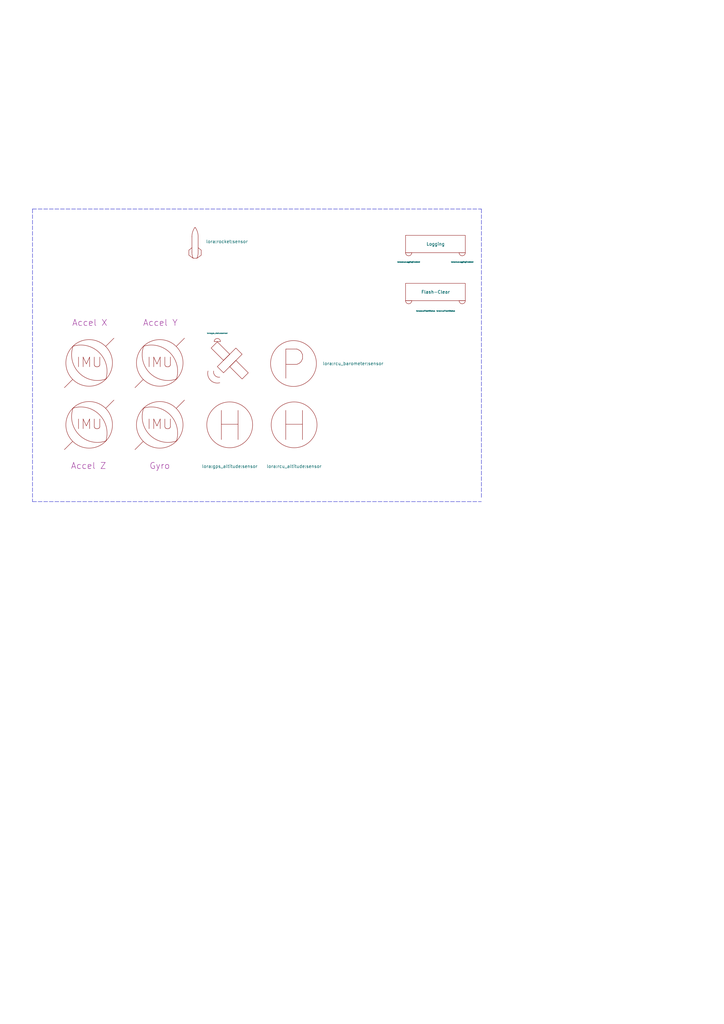
<source format=kicad_sch>
(kicad_sch (version 20231120) (generator "eeschema") (generator_version "8.0")
  (paper "A3" portrait)
  (title_block (title "Lamarr PnID") (date "2020-09-18") (company "TU Wien Space Team"))
  (lib_symbols
    (symbol "PnID-Lib:GNSS" (pin_names (offset 1.016))
      (symbol "GNSS_0_0"
        (arc (start -8.89 -4.318) (mid -7.8682 -8.1222) (end -4.064 -9.144))
        (arc (start -6.604 -4.318) (mid -5.9958 -6.2387) (end -4.064 -6.858))
        (polyline (pts (xy 0 2.54) (xy -2.54 0) (xy -7.62 5.08) (xy -5.08 7.62) (xy 0 2.54)))
        (polyline (pts (xy 2.54 5.08) (xy 5.08 2.54) (xy -2.54 -5.08) (xy -5.08 -2.54) (xy 2.54 5.08)))
      )
      (symbol "GNSS_1_1"
        (polyline (pts (xy 7.62 -5.08) (xy 5.08 -7.62) (xy 0 -2.54) (xy 2.54 0) (xy 7.62 -5.08)))
      )
    )
    (symbol "PnID-Lib:IMU" (pin_names (offset 1.016))
      (symbol "IMU_0_0"
        (arc (start -6.604 6.858) (mid -4.1113 -4.1113) (end 6.858 -6.604))
        (polyline (pts (xy -10.16 -10.16) (xy -6.858 -6.858)))
        (polyline (pts (xy 10.16 10.16) (xy 6.858 6.858)))
        (arc (start 6.858 -6.604) (mid 4.1836 4.1836) (end -6.604 6.858))
        (text "IMU" (at 0 0.254 0) (effects (font (size 3.9878 3.9878))))
      )
      (symbol "IMU_0_1"
        (circle (center 0 0) (radius 9.5504))
      )
    )
    (symbol "PnID-Lib:LED" (pin_numbers hide) (pin_names (offset 1.016))
      (property "Reference" "LED_Ref" (at 2.286 0 0))
      (property "Value" "LED" (at 0 0 0))
      (symbol "LED_0_1"
        (polyline (pts (xy 1.27 -0.508) (xy -1.27 -0.508)))
        (arc (start 1.27 -0.508) (mid 0 0.762) (end -1.27 -0.508))
      )
    )
    (symbol "PnID-Lib:Label" (pin_names (offset 1.016))
      (property "Value" "Label" (at 0 0 0))
      (symbol "Label_0_0"
        (rectangle (start -12.319 3.556) (end 12.192 -3.556))
      )
    )
    (symbol "PnID-Lib:Rocket_Channel" (pin_names (offset 1.016))
      (property "Reference" "R" (at 0 1.27 0))
      (property "Value" "Rocket_Channel" (at 10.414 1.27 0))
      (property "Unit" " " (at 0 0 0))
      (property "Action_Reference" " " (at 0 0 0))
      (property "Data_Content" " " (at 0 0 0))
      (symbol "Rocket_Channel_0_1"
        (arc (start -1.27 -1.778) (mid -1.166 -3.0783) (end -0.762 -4.318))
        (polyline (pts (xy -1.27 4.572) (xy -1.27 -1.778)))
        (polyline (pts (xy 0.762 -4.318) (xy -0.762 -4.318)))
        (polyline (pts (xy 1.27 4.572) (xy 1.27 -1.778)))
        (polyline (pts (xy 0.762 -4.318) (xy 2.54 -3.048) (xy 2.54 -1.016) (xy 1.27 0)))
        (arc (start 0 8.382) (mid -0.9522 6.5827) (end -1.27 4.572))
      )
      (symbol "Rocket_Channel_1_1"
        (polyline (pts (xy -0.762 -4.318) (xy -2.54 -3.048) (xy -2.54 -1.016) (xy -1.27 0)))
        (arc (start 0.762 -4.318) (mid 1.1615 -3.0774) (end 1.27 -1.778))
        (arc (start 1.27 4.572) (mid 0.9522 6.5827) (end 0 8.382))
      )
    )
    (symbol "PnID-Lib:Sensor_Height" (pin_names (offset 1.016))
      (property "Value" "Sensor_Height" (at 0 14.732 0))
      (symbol "Sensor_Height_1_1"
        (circle (center 0 0) (radius 9.398))
        (text "H" (at 0 -0.508 0) (effects (font (size 11.9888 11.9888))))
      )
    )
    (symbol "PnID-Lib:Sensor_Pressure_Big" (pin_names (offset 1.016))
      (property "Value" "Sensor_Pressure_Big" (at 0 10.668 0))
      (symbol "Sensor_Pressure_Big_1_1"
        (circle (center 0 0) (radius 9.398))
        (text "P" (at 0 -0.508 0) (effects (font (size 11.9888 11.9888))))
      )
    )
  )
  (polyline (pts (xy 13.335 205.74) (xy 197.485 205.74)) (stroke (width 0) (type dash)))
  (polyline (pts (xy 13.335 85.725) (xy 197.485 85.725)) (stroke (width 0) (type dash)))
  (polyline (pts (xy 197.485 85.725) (xy 197.485 204.47)) (stroke (width 0) (type dash)))
  (polyline (pts (xy 13.335 85.725) (xy 13.335 205.74)) (stroke (width 0) (type dash)))
  (symbol (lib_id "PnID-Lib:GNSS") (at 94.234 147.828 0) (unit 1)
    (property "Reference" "gnss" (effects (hide yes)))
    (property "Value" "GNSS" (effects (hide yes)))
  )
  (symbol (lib_id "PnID-Lib:IMU") (at 65.532 148.844 0) (unit 1)
    (property "Reference" "Accel_Y" (effects (hide yes)))
    (property "Value" "accel_y" (effects (hide yes)))
    (property "Label" "Accel Y" (at 65.786 132.334 0) (effects (font (size 2.54 2.54))))
  )
  (symbol (lib_id "PnID-Lib:Label") (at 178.689 100.076 0) (unit 1)
    (property "Reference" "Logging" (effects (hide yes)))
    (property "Value" "Logging" (at 178.689 100.076 0))
  )
  (symbol (lib_id "PnID-Lib:Sensor_Pressure_Big") (at 120.396 149.098 0) (unit 1)
    (property "Reference" "rcu_barometer" (effects (hide yes)))
    (property "Value" "lora:rcu_barometer:sensor" (at 132.334 149.098 0) (effects (justify left)))
    (property "Unit" "hPa" (effects (hide yes)))
  )
  (symbol (lib_id "PnID-Lib:Sensor_Height") (at 94.234 174.244 0) (unit 1)
    (property "Reference" "gps_altitude" (effects (hide yes)))
    (property "Value" "lora:gps_altitude:sensor" (at 94.234 191.262 0))
    (property "Unit" "m" (effects (hide yes)))
  )
  (symbol (lib_id "PnID-Lib:Sensor_Height") (at 120.65 174.244 0) (unit 1)
    (property "Reference" "rcu_altitude" (effects (hide yes)))
    (property "Value" "lora:rcu_altitude:sensor" (at 120.65 191.262 0))
    (property "Unit" "m" (effects (hide yes)))
  )
  (symbol (lib_id "PnID-Lib:LED") (at 167.64 104.14 180) (unit 1)
    (property "Reference" "ecu_logging_en" (effects (hide yes)))
    (property "Value" "lora:ecu:LoggingEnabled" (at 167.64 107.442 0) (effects (font (size 0.508 0.508))))
  )
  (symbol (lib_id "PnID-Lib:IMU") (at 65.532 174.244 0) (unit 1)
    (property "Reference" "Gyro" (effects (hide yes)))
    (property "Value" "gyro_x_y_z" (effects (hide yes)))
    (property "Label" "Gyro" (at 65.532 191.008 0) (effects (font (size 2.54 2.54))))
  )
  (symbol (lib_id "PnID-Lib:LED") (at 189.611 104.14 180) (unit 1)
    (property "Reference" "rcu_logging_en" (effects (hide yes)))
    (property "Value" "lora:rcu:LoggingEnabled" (at 189.611 107.442 0) (effects (font (size 0.508 0.508))))
  )
  (symbol (lib_id "PnID-Lib:IMU") (at 36.576 174.244 0) (unit 1)
    (property "Reference" "Accel_Z" (effects (hide yes)))
    (property "Value" "accel_z" (effects (hide yes)))
    (property "Label" "Accel Z" (at 36.322 191.008 0) (effects (font (size 2.54 2.54))))
  )
  (symbol (lib_id "PnID-Lib:IMU") (at 36.576 148.844 0) (unit 1)
    (property "Reference" "Accel_X" (effects (hide yes)))
    (property "Value" "accel_x" (effects (hide yes)))
    (property "Label" "Accel X" (at 36.83 132.334 0) (effects (font (size 2.54 2.54))))
  )
  (symbol (lib_id "PnID-Lib:Label") (at 178.689 119.761 0) (unit 1)
    (property "Reference" "Logging?" (effects (hide yes)))
    (property "Value" "Flash-Clear" (at 178.689 119.761 0))
  )
  (symbol (lib_id "PnID-Lib:LED") (at 167.64 123.825 180) (unit 1)
    (property "Reference" "ecu_flash_status" (effects (hide yes)))
    (property "Value" "lora:ecu:FlashStatus" (at 170.688 127.508 0) (effects (font (size 0.508 0.508)) (justify right)))
  )
  (symbol (lib_id "PnID-Lib:LED") (at 189.611 123.825 180) (unit 1)
    (property "Reference" "rcu_flash_status" (effects (hide yes)))
    (property "Value" "lora:rcu:FlashStatus" (at 186.69 127.508 0) (effects (font (size 0.508 0.508)) (justify left)))
  )
  (symbol (lib_id "PnID-Lib:LED") (at 89.154 139.573 0) (unit 1)
    (property "Reference" "ecu_flash_status?" (effects (hide yes)))
    (property "Value" "lora:gps_status:sensor" (at 89.154 136.652 0) (effects (font (size 0.508 0.508))))
  )
  (symbol (lib_id "PnID-Lib:Rocket_Channel") (at 80.01 101.6 0) (unit 1)
    (property "Reference" "R1" (effects (hide yes)))
    (property "Value" "lora:rocket:sensor" (at 84.455 99.06 0) (effects (justify left)))
    (property "Unit" " " (at 84.074 99.5679 0) (effects (justify left)))
    (property "Action_Reference" " " (at 84.074 102.1079 0) (effects (justify left)))
    (property "Data_Content" " " (at 84.074 104.6479 0) (effects (justify left)))
  )
)
</source>
